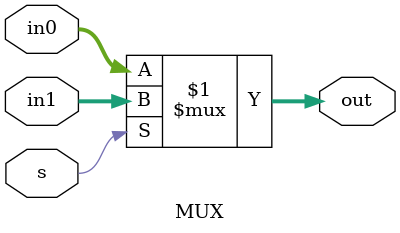
<source format=v>
`timescale 1ns / 1ps
module MUX(in0, in1, s, out);
	parameter width = 8;
	input wire s;
	input wire [width - 1:0] in0,in1;
	output wire [width - 1:0] out;
	
	assign out = s ? in1 : in0;

endmodule

</source>
